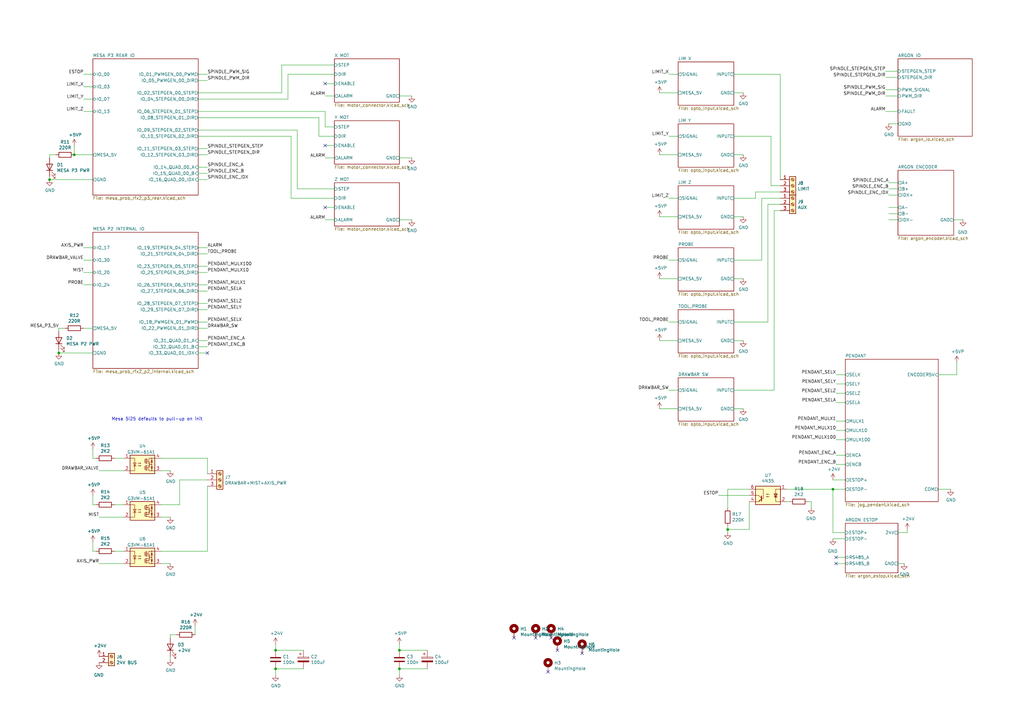
<source format=kicad_sch>
(kicad_sch (version 20230121) (generator eeschema)
  (paper "A3")
  (lib_symbols
    (symbol "Connector:Screw_Terminal_01x02" (pin_names (offset 1.016) hide)
      (property "Reference" "J" (at 0 2.54 0))
      (property "Value" "Screw_Terminal_01x02" (at 0 -5.08 0))
      (symbol "Screw_Terminal_01x02_1_1"
        (rectangle (start -1.27 1.27) (end 1.27 -3.81) (stroke (width 0.254)) (fill (type background)))
        (circle (center 0 -2.54) (radius 0.635) (stroke (width 0.1524)))
        (polyline (pts (xy -0.5334 -2.2098) (xy 0.3302 -3.048)) (stroke (width 0.1524)))
        (polyline (pts (xy -0.5334 0.3302) (xy 0.3302 -0.508)) (stroke (width 0.1524)))
        (polyline (pts (xy -0.3556 -2.032) (xy 0.508 -2.8702)) (stroke (width 0.1524)))
        (polyline (pts (xy -0.3556 0.508) (xy 0.508 -0.3302)) (stroke (width 0.1524)))
        (circle (center 0 0) (radius 0.635) (stroke (width 0.1524)))
        (pin passive line (at -5.08 0 0) (length 3.81) (name "Pin_1") (number "1"))
        (pin passive line (at -5.08 -2.54 0) (length 3.81) (name "Pin_2") (number "2"))
      )
    )
    (symbol "Connector:Screw_Terminal_01x03" (pin_names (offset 1.016) hide)
      (property "Reference" "J" (at 0 5.08 0))
      (property "Value" "Screw_Terminal_01x03" (at 0 -5.08 0))
      (symbol "Screw_Terminal_01x03_1_1"
        (rectangle (start -1.27 3.81) (end 1.27 -3.81) (stroke (width 0.254)) (fill (type background)))
        (circle (center 0 -2.54) (radius 0.635) (stroke (width 0.1524)))
        (polyline (pts (xy -0.5334 -2.2098) (xy 0.3302 -3.048)) (stroke (width 0.1524)))
        (polyline (pts (xy -0.5334 0.3302) (xy 0.3302 -0.508)) (stroke (width 0.1524)))
        (polyline (pts (xy -0.5334 2.8702) (xy 0.3302 2.032)) (stroke (width 0.1524)))
        (polyline (pts (xy -0.3556 -2.032) (xy 0.508 -2.8702)) (stroke (width 0.1524)))
        (polyline (pts (xy -0.3556 0.508) (xy 0.508 -0.3302)) (stroke (width 0.1524)))
        (polyline (pts (xy -0.3556 3.048) (xy 0.508 2.2098)) (stroke (width 0.1524)))
        (circle (center 0 0) (radius 0.635) (stroke (width 0.1524)))
        (circle (center 0 2.54) (radius 0.635) (stroke (width 0.1524)))
        (pin passive line (at -5.08 2.54 0) (length 3.81) (name "Pin_1") (number "1"))
        (pin passive line (at -5.08 0 0) (length 3.81) (name "Pin_2") (number "2"))
        (pin passive line (at -5.08 -2.54 0) (length 3.81) (name "Pin_3") (number "3"))
      )
    )
    (symbol "Device:C" (pin_numbers hide) (pin_names (offset 0.254))
      (property "Reference" "C" (at 0.635 2.54 0))
      (property "Value" "C" (at 0.635 -2.54 0))
      (symbol "C_0_1"
        (polyline (pts (xy -2.032 -0.762) (xy 2.032 -0.762)) (stroke (width 0.508)))
        (polyline (pts (xy -2.032 0.762) (xy 2.032 0.762)) (stroke (width 0.508)))
      )
      (symbol "C_1_1"
        (pin passive line (at 0 3.81 270) (length 2.794) (name "~") (number "1"))
        (pin passive line (at 0 -3.81 90) (length 2.794) (name "~") (number "2"))
      )
    )
    (symbol "Device:C_Polarized" (pin_numbers hide) (pin_names (offset 0.254))
      (property "Reference" "C" (at 0.635 2.54 0))
      (property "Value" "C_Polarized" (at 0.635 -2.54 0))
      (symbol "C_Polarized_0_1"
        (rectangle (start -2.286 0.508) (end 2.286 1.016))
        (polyline (pts (xy -1.778 2.286) (xy -0.762 2.286)))
        (polyline (pts (xy -1.27 2.794) (xy -1.27 1.778)))
        (rectangle (start 2.286 -0.508) (end -2.286 -1.016) (fill (type outline)))
      )
      (symbol "C_Polarized_1_1"
        (pin passive line (at 0 3.81 270) (length 2.794) (name "~") (number "1"))
        (pin passive line (at 0 -3.81 90) (length 2.794) (name "~") (number "2"))
      )
    )
    (symbol "Device:LED" (pin_numbers hide) (pin_names (offset 1.016) hide)
      (property "Reference" "D" (at 0 2.54 0))
      (property "Value" "LED" (at 0 -2.54 0))
      (symbol "LED_0_1"
        (polyline (pts (xy -1.27 -1.27) (xy -1.27 1.27)) (stroke (width 0.254)))
        (polyline (pts (xy -1.27 0) (xy 1.27 0)))
        (polyline (pts (xy 1.27 -1.27) (xy 1.27 1.27) (xy -1.27 0) (xy 1.27 -1.27)) (stroke (width 0.254)))
        (polyline (pts (xy -3.048 -0.762) (xy -4.572 -2.286) (xy -3.81 -2.286) (xy -4.572 -2.286) (xy -4.572 -1.524)))
        (polyline (pts (xy -1.778 -0.762) (xy -3.302 -2.286) (xy -2.54 -2.286) (xy -3.302 -2.286) (xy -3.302 -1.524)))
      )
      (symbol "LED_1_1"
        (pin passive line (at -3.81 0 0) (length 2.54) (name "K") (number "1"))
        (pin passive line (at 3.81 0 180) (length 2.54) (name "A") (number "2"))
      )
    )
    (symbol "Device:R" (pin_numbers hide) (pin_names (offset 0))
      (property "Reference" "R" (at 2.032 0 90))
      (property "Value" "R" (at 0 0 90))
      (symbol "R_0_1"
        (rectangle (start -1.016 -2.54) (end 1.016 2.54) (stroke (width 0.254)))
      )
      (symbol "R_1_1"
        (pin passive line (at 0 3.81 270) (length 1.27) (name "~") (number "1"))
        (pin passive line (at 0 -3.81 90) (length 1.27) (name "~") (number "2"))
      )
    )
    (symbol "Isolator:4N35" (pin_names (offset 1.016))
      (property "Reference" "U" (at -5.08 5.08 0))
      (property "Value" "4N35" (at 0 5.08 0))
      (symbol "4N35_0_1"
        (rectangle (start -5.08 3.81) (end 5.08 -3.81) (stroke (width 0.254)) (fill (type background)))
        (polyline (pts (xy -3.81 -0.635) (xy -2.54 -0.635)) (stroke (width 0.254)))
        (polyline (pts (xy 2.667 -1.397) (xy 3.81 -2.54)))
        (polyline (pts (xy 2.667 -1.143) (xy 3.81 0)))
        (polyline (pts (xy 3.81 -2.54) (xy 5.08 -2.54)))
        (polyline (pts (xy 3.81 0) (xy 5.08 0)))
        (polyline (pts (xy 2.667 -0.254) (xy 2.667 -2.286) (xy 2.667 -2.286)) (stroke (width 0.3556)))
        (polyline (pts (xy -5.08 -2.54) (xy -3.175 -2.54) (xy -3.175 2.54) (xy -5.08 2.54)))
        (polyline (pts (xy -3.175 -0.635) (xy -3.81 0.635) (xy -2.54 0.635) (xy -3.175 -0.635)) (stroke (width 0.254)))
        (polyline (pts (xy 3.683 -2.413) (xy 3.429 -1.905) (xy 3.175 -2.159) (xy 3.683 -2.413)))
        (polyline (pts (xy 5.08 2.54) (xy 1.905 2.54) (xy 1.905 -1.27) (xy 2.54 -1.27)))
        (polyline (pts (xy -0.635 -0.508) (xy 0.635 -0.508) (xy 0.254 -0.635) (xy 0.254 -0.381) (xy 0.635 -0.508)))
        (polyline (pts (xy -0.635 0.508) (xy 0.635 0.508) (xy 0.254 0.381) (xy 0.254 0.635) (xy 0.635 0.508)))
      )
      (symbol "4N35_1_1"
        (pin passive line (at -7.62 2.54 0) (length 2.54) (name "~") (number "1"))
        (pin passive line (at -7.62 -2.54 0) (length 2.54) (name "~") (number "2"))
        (pin no_connect line (at -5.08 0 0) (length 2.54) hide (name "NC") (number "3"))
        (pin passive line (at 7.62 -2.54 180) (length 2.54) (name "~") (number "4"))
        (pin passive line (at 7.62 0 180) (length 2.54) (name "~") (number "5"))
        (pin passive line (at 7.62 2.54 180) (length 2.54) (name "~") (number "6"))
      )
    )
    (symbol "Mechanical:MountingHole_Pad" (pin_numbers hide) (pin_names (offset 1.016) hide)
      (property "Reference" "H" (at 0 6.35 0))
      (property "Value" "MountingHole_Pad" (at 0 4.445 0))
      (symbol "MountingHole_Pad_0_1"
        (circle (center 0 1.27) (radius 1.27) (stroke (width 1.27)))
      )
      (symbol "MountingHole_Pad_1_1"
        (pin input line (at 0 -2.54 90) (length 2.54) (name "1") (number "1"))
      )
    )
    (symbol "Relay_SolidState:TLP222A"
      (property "Reference" "U" (at -5.08 5.08 0))
      (property "Value" "TLP222A" (at 0 5.08 0))
      (symbol "TLP222A_0_1"
        (rectangle (start -5.08 3.81) (end 5.08 -3.81) (stroke (width 0.254)) (fill (type background)))
        (polyline (pts (xy -3.81 -0.635) (xy -2.54 -0.635)))
        (polyline (pts (xy 1.016 -0.635) (xy 1.016 -2.159)) (stroke (width 0.2032)))
        (polyline (pts (xy 1.016 2.159) (xy 1.016 0.635)) (stroke (width 0.2032)))
        (polyline (pts (xy 1.524 -0.508) (xy 1.524 -0.762)) (stroke (width 0.3556)))
        (polyline (pts (xy 2.794 0) (xy 3.81 0)))
        (polyline (pts (xy 3.429 -1.651) (xy 4.191 -1.651)))
        (polyline (pts (xy 3.429 1.651) (xy 4.191 1.651)))
        (polyline (pts (xy 3.81 -2.54) (xy 3.81 2.54)))
        (polyline (pts (xy 1.524 -2.032) (xy 1.524 -2.286) (xy 1.524 -2.286)) (stroke (width 0.3556)))
        (polyline (pts (xy 1.524 -1.27) (xy 1.524 -1.524) (xy 1.524 -1.524)) (stroke (width 0.3556)))
        (polyline (pts (xy 1.524 0.762) (xy 1.524 0.508) (xy 1.524 0.508)) (stroke (width 0.3556)))
        (polyline (pts (xy 1.524 1.524) (xy 1.524 1.27) (xy 1.524 1.27)) (stroke (width 0.3556)))
        (polyline (pts (xy 1.524 2.286) (xy 1.524 2.032) (xy 1.524 2.032)) (stroke (width 0.3556)))
        (polyline (pts (xy 1.651 -1.397) (xy 2.794 -1.397) (xy 2.794 -0.635)))
        (polyline (pts (xy 1.651 1.397) (xy 2.794 1.397) (xy 2.794 0.635)))
        (polyline (pts (xy -5.08 2.54) (xy -3.175 2.54) (xy -3.175 -2.54) (xy -5.08 -2.54)))
        (polyline (pts (xy -3.175 -0.635) (xy -3.81 0.635) (xy -2.54 0.635) (xy -3.175 -0.635)))
        (polyline (pts (xy 1.651 -2.159) (xy 2.794 -2.159) (xy 2.794 -2.54) (xy 5.08 -2.54)))
        (polyline (pts (xy 1.651 -0.635) (xy 2.794 -0.635) (xy 2.794 0.635) (xy 1.651 0.635)))
        (polyline (pts (xy 1.651 2.159) (xy 2.794 2.159) (xy 2.794 2.54) (xy 5.08 2.54)))
        (polyline (pts (xy 1.778 -1.397) (xy 2.286 -1.27) (xy 2.286 -1.524) (xy 1.778 -1.397)))
        (polyline (pts (xy 1.778 1.397) (xy 2.286 1.524) (xy 2.286 1.27) (xy 1.778 1.397)))
        (polyline (pts (xy 3.81 -1.651) (xy 3.429 -0.889) (xy 4.191 -0.889) (xy 3.81 -1.651)))
        (polyline (pts (xy 3.81 1.651) (xy 3.429 0.889) (xy 4.191 0.889) (xy 3.81 1.651)))
        (polyline (pts (xy -1.905 -0.508) (xy -0.635 -0.508) (xy -1.016 -0.635) (xy -1.016 -0.381) (xy -0.635 -0.508)))
        (polyline (pts (xy -1.905 0.508) (xy -0.635 0.508) (xy -1.016 0.381) (xy -1.016 0.635) (xy -0.635 0.508)))
        (circle (center 2.794 -0.635) (radius 0.127))
        (circle (center 2.794 0) (radius 0.127))
        (circle (center 2.794 0.635) (radius 0.127))
        (circle (center 3.81 -2.54) (radius 0.127))
        (circle (center 3.81 0) (radius 0.127))
        (circle (center 3.81 2.54) (radius 0.127))
      )
      (symbol "TLP222A_1_1"
        (pin passive line (at -7.62 2.54 0) (length 2.54) (name "~") (number "1"))
        (pin passive line (at -7.62 -2.54 0) (length 2.54) (name "~") (number "2"))
        (pin passive line (at 7.62 -2.54 180) (length 2.54) (name "~") (number "3"))
        (pin passive line (at 7.62 2.54 180) (length 2.54) (name "~") (number "4"))
      )
    )
    (symbol "power:+24V" (power) (pin_names (offset 0))
      (property "Value" "+24V" (at 0 3.556 0))
      (symbol "+24V_0_1"
        (polyline (pts (xy -0.762 1.27) (xy 0 2.54)))
        (polyline (pts (xy 0 0) (xy 0 2.54)))
        (polyline (pts (xy 0 2.54) (xy 0.762 1.27)))
      )
      (symbol "+24V_1_1"
        (pin power_in line (at 0 0 90) (length 0) hide (name "+24V") (number "1"))
      )
    )
    (symbol "power:+5VP" (power) (pin_names (offset 0))
      (property "Value" "+5VP" (at 0 3.556 0))
      (symbol "+5VP_0_1"
        (polyline (pts (xy -0.762 1.27) (xy 0 2.54)))
        (polyline (pts (xy 0 0) (xy 0 2.54)))
        (polyline (pts (xy 0 2.54) (xy 0.762 1.27)))
      )
      (symbol "+5VP_1_1"
        (pin power_in line (at 0 0 90) (length 0) hide (name "+5VP") (number "1"))
      )
    )
    (symbol "power:GND" (power) (pin_names (offset 0))
      (property "Value" "GND" (at 0 -3.81 0))
      (symbol "GND_0_1"
        (polyline (pts (xy 0 0) (xy 0 -1.27) (xy 1.27 -1.27) (xy 0 -2.54) (xy -1.27 -1.27) (xy 0 -1.27)))
      )
      (symbol "GND_1_1"
        (pin power_in line (at 0 0 270) (length 0) hide (name "GND") (number "1"))
      )
    )
  )
  (junction (at 163.83 266.7) (diameter 0.9144))
  (junction (at 341.63 200.66) (diameter 0.9144))
  (junction (at 24.13 144.78) (diameter 0.9144))
  (junction (at 20.32 73.66) (diameter 0.9144))
  (junction (at 163.83 274.32) (diameter 0.9144))
  (junction (at 113.03 274.32) (diameter 0.9144))
  (junction (at 298.45 217.17) (diameter 0.9144))
  (junction (at 113.03 266.7) (diameter 0.9144))
  (junction (at 30.48 63.5) (diameter 0.9144))
  (no_connect (at 210.82 261.62))
  (no_connect (at 133.35 59.69))
  (no_connect (at 85.09 144.78))
  (no_connect (at 219.71 261.62))
  (no_connect (at 238.76 267.97))
  (no_connect (at 133.35 85.09))
  (no_connect (at 342.9 231.14))
  (no_connect (at 226.06 261.62))
  (no_connect (at 342.9 228.6))
  (no_connect (at 133.35 34.29))
  (no_connect (at 228.6 266.7))
  (no_connect (at 224.79 275.59))
  (wire (pts (xy 278.13 114.3) (xy 270.51 114.3)))
  (wire (pts (xy 133.35 59.69) (xy 137.16 59.69)))
  (wire (pts (xy 121.92 53.34) (xy 121.92 77.47)))
  (wire (pts (xy 69.85 260.35) (xy 69.85 261.62)))
  (wire (pts (xy 38.1 187.96) (xy 39.37 187.96)))
  (wire (pts (xy 317.5 86.36) (xy 317.5 160.02)))
  (wire (pts (xy 130.81 55.88) (xy 137.16 55.88)))
  (wire (pts (xy 66.04 193.04) (xy 69.85 193.04)))
  (wire (pts (xy 119.38 81.28) (xy 137.16 81.28)))
  (wire (pts (xy 24.13 143.51) (xy 24.13 144.78)))
  (wire (pts (xy 46.99 226.06) (xy 50.8 226.06)))
  (wire (pts (xy 81.28 68.58) (xy 85.09 68.58)))
  (wire (pts (xy 81.28 60.96) (xy 85.09 60.96)))
  (wire (pts (xy 118.11 40.64) (xy 118.11 30.48)))
  (wire (pts (xy 314.96 132.08) (xy 314.96 83.82)))
  (wire (pts (xy 364.49 85.09) (xy 368.3 85.09)))
  (wire (pts (xy 307.34 205.74) (xy 307.34 217.17)))
  (wire (pts (xy 341.63 218.44) (xy 346.71 218.44)))
  (wire (pts (xy 137.16 90.17) (xy 133.35 90.17)))
  (wire (pts (xy 85.09 109.22) (xy 81.28 109.22)))
  (wire (pts (xy 20.32 73.66) (xy 38.1 73.66)))
  (wire (pts (xy 175.26 266.7) (xy 163.83 266.7)))
  (wire (pts (xy 346.71 190.5) (xy 342.9 190.5)))
  (wire (pts (xy 309.88 81.28) (xy 300.99 81.28)))
  (wire (pts (xy 115.57 26.67) (xy 137.16 26.67)))
  (wire (pts (xy 304.8 38.1) (xy 300.99 38.1)))
  (wire (pts (xy 30.48 59.69) (xy 30.48 63.5)))
  (wire (pts (xy 81.28 127) (xy 85.09 127)))
  (wire (pts (xy 115.57 38.1) (xy 115.57 26.67)))
  (wire (pts (xy 346.71 176.53) (xy 342.9 176.53)))
  (wire (pts (xy 346.71 165.1) (xy 342.9 165.1)))
  (wire (pts (xy 368.3 74.93) (xy 364.49 74.93)))
  (wire (pts (xy 298.45 215.9) (xy 298.45 217.17)))
  (wire (pts (xy 300.99 30.48) (xy 320.04 30.48)))
  (wire (pts (xy 320.04 78.74) (xy 309.88 78.74)))
  (wire (pts (xy 341.63 200.66) (xy 341.63 218.44)))
  (wire (pts (xy 163.83 64.77) (xy 168.91 64.77)))
  (wire (pts (xy 133.35 45.72) (xy 133.35 52.07)))
  (wire (pts (xy 26.67 134.62) (xy 24.13 134.62)))
  (wire (pts (xy 80.01 256.54) (xy 80.01 260.35)))
  (wire (pts (xy 38.1 30.48) (xy 34.29 30.48)))
  (wire (pts (xy 298.45 200.66) (xy 307.34 200.66)))
  (wire (pts (xy 278.13 81.28) (xy 274.32 81.28)))
  (wire (pts (xy 314.96 83.82) (xy 320.04 83.82)))
  (wire (pts (xy 298.45 208.28) (xy 298.45 200.66)))
  (wire (pts (xy 81.28 104.14) (xy 85.09 104.14)))
  (wire (pts (xy 346.71 157.48) (xy 342.9 157.48)))
  (wire (pts (xy 346.71 186.69) (xy 342.9 186.69)))
  (wire (pts (xy 119.38 55.88) (xy 119.38 81.28)))
  (wire (pts (xy 274.32 55.88) (xy 278.13 55.88)))
  (wire (pts (xy 73.66 196.85) (xy 73.66 207.01)))
  (wire (pts (xy 320.04 30.48) (xy 320.04 73.66)))
  (wire (pts (xy 121.92 77.47) (xy 137.16 77.47)))
  (wire (pts (xy 124.46 266.7) (xy 113.03 266.7)))
  (wire (pts (xy 81.28 33.02) (xy 85.09 33.02)))
  (wire (pts (xy 300.99 132.08) (xy 314.96 132.08)))
  (wire (pts (xy 163.83 39.37) (xy 168.91 39.37)))
  (wire (pts (xy 364.49 90.17) (xy 368.3 90.17)))
  (wire (pts (xy 130.81 48.26) (xy 130.81 55.88)))
  (wire (pts (xy 133.35 85.09) (xy 137.16 85.09)))
  (wire (pts (xy 38.1 226.06) (xy 39.37 226.06)))
  (wire (pts (xy 85.09 132.08) (xy 81.28 132.08)))
  (wire (pts (xy 40.64 231.14) (xy 50.8 231.14)))
  (wire (pts (xy 85.09 101.6) (xy 81.28 101.6)))
  (wire (pts (xy 72.39 260.35) (xy 69.85 260.35)))
  (wire (pts (xy 30.48 63.5) (xy 38.1 63.5)))
  (wire (pts (xy 368.3 45.72) (xy 363.22 45.72)))
  (wire (pts (xy 66.04 187.96) (xy 85.09 187.96)))
  (wire (pts (xy 391.16 90.17) (xy 394.97 90.17)))
  (wire (pts (xy 368.3 80.01) (xy 364.49 80.01)))
  (wire (pts (xy 40.64 193.04) (xy 50.8 193.04)))
  (wire (pts (xy 24.13 144.78) (xy 38.1 144.78)))
  (wire (pts (xy 81.28 38.1) (xy 115.57 38.1)))
  (wire (pts (xy 368.3 231.14) (xy 370.84 231.14)))
  (wire (pts (xy 278.13 38.1) (xy 270.51 38.1)))
  (wire (pts (xy 278.13 167.64) (xy 270.51 167.64)))
  (wire (pts (xy 342.9 231.14) (xy 346.71 231.14)))
  (wire (pts (xy 85.09 116.84) (xy 81.28 116.84)))
  (wire (pts (xy 342.9 228.6) (xy 346.71 228.6)))
  (wire (pts (xy 278.13 88.9) (xy 270.51 88.9)))
  (wire (pts (xy 346.71 200.66) (xy 341.63 200.66)))
  (wire (pts (xy 278.13 132.08) (xy 274.32 132.08)))
  (wire (pts (xy 307.34 217.17) (xy 298.45 217.17)))
  (wire (pts (xy 300.99 55.88) (xy 316.23 55.88)))
  (wire (pts (xy 312.42 106.68) (xy 312.42 81.28)))
  (wire (pts (xy 175.26 274.32) (xy 163.83 274.32)))
  (wire (pts (xy 81.28 53.34) (xy 121.92 53.34)))
  (wire (pts (xy 34.29 106.68) (xy 38.1 106.68)))
  (wire (pts (xy 274.32 160.02) (xy 278.13 160.02)))
  (wire (pts (xy 320.04 86.36) (xy 317.5 86.36)))
  (wire (pts (xy 81.28 30.48) (xy 85.09 30.48)))
  (wire (pts (xy 124.46 274.32) (xy 113.03 274.32)))
  (wire (pts (xy 81.28 119.38) (xy 85.09 119.38)))
  (wire (pts (xy 368.3 77.47) (xy 364.49 77.47)))
  (wire (pts (xy 304.8 114.3) (xy 300.99 114.3)))
  (wire (pts (xy 81.28 55.88) (xy 119.38 55.88)))
  (wire (pts (xy 81.28 111.76) (xy 85.09 111.76)))
  (wire (pts (xy 384.81 200.66) (xy 389.89 200.66)))
  (wire (pts (xy 163.83 264.16) (xy 163.83 266.7)))
  (wire (pts (xy 38.1 203.2) (xy 38.1 207.01)))
  (wire (pts (xy 304.8 63.5) (xy 300.99 63.5)))
  (wire (pts (xy 342.9 161.29) (xy 346.71 161.29)))
  (wire (pts (xy 341.63 196.85) (xy 346.71 196.85)))
  (wire (pts (xy 38.1 111.76) (xy 34.29 111.76)))
  (wire (pts (xy 113.03 276.86) (xy 113.03 274.32)))
  (wire (pts (xy 372.11 218.44) (xy 372.11 217.17)))
  (wire (pts (xy 304.8 167.64) (xy 300.99 167.64)))
  (wire (pts (xy 364.49 50.8) (xy 368.3 50.8)))
  (wire (pts (xy 38.1 184.15) (xy 38.1 187.96)))
  (wire (pts (xy 81.28 142.24) (xy 85.09 142.24)))
  (wire (pts (xy 346.71 220.98) (xy 341.63 220.98)))
  (wire (pts (xy 300.99 106.68) (xy 312.42 106.68)))
  (wire (pts (xy 20.32 72.39) (xy 20.32 73.66)))
  (wire (pts (xy 81.28 63.5) (xy 85.09 63.5)))
  (wire (pts (xy 69.85 269.24) (xy 69.85 270.51)))
  (wire (pts (xy 24.13 134.62) (xy 24.13 135.89)))
  (wire (pts (xy 81.28 40.64) (xy 118.11 40.64)))
  (wire (pts (xy 66.04 226.06) (xy 85.09 226.06)))
  (wire (pts (xy 66.04 207.01) (xy 73.66 207.01)))
  (wire (pts (xy 46.99 187.96) (xy 50.8 187.96)))
  (wire (pts (xy 85.09 226.06) (xy 85.09 199.39)))
  (wire (pts (xy 66.04 212.09) (xy 69.85 212.09)))
  (wire (pts (xy 133.35 34.29) (xy 137.16 34.29)))
  (wire (pts (xy 342.9 153.67) (xy 346.71 153.67)))
  (wire (pts (xy 384.81 153.67) (xy 392.43 153.67)))
  (wire (pts (xy 163.83 90.17) (xy 168.91 90.17)))
  (wire (pts (xy 304.8 88.9) (xy 300.99 88.9)))
  (wire (pts (xy 368.3 29.21) (xy 363.22 29.21)))
  (wire (pts (xy 81.28 48.26) (xy 130.81 48.26)))
  (wire (pts (xy 81.28 45.72) (xy 133.35 45.72)))
  (wire (pts (xy 278.13 30.48) (xy 274.32 30.48)))
  (wire (pts (xy 309.88 78.74) (xy 309.88 81.28)))
  (wire (pts (xy 368.3 218.44) (xy 372.11 218.44)))
  (wire (pts (xy 304.8 139.7) (xy 300.99 139.7)))
  (wire (pts (xy 85.09 196.85) (xy 73.66 196.85)))
  (wire (pts (xy 278.13 63.5) (xy 270.51 63.5)))
  (wire (pts (xy 81.28 144.78) (xy 85.09 144.78)))
  (wire (pts (xy 332.74 205.74) (xy 332.74 208.28)))
  (wire (pts (xy 364.49 87.63) (xy 368.3 87.63)))
  (wire (pts (xy 316.23 55.88) (xy 316.23 76.2)))
  (wire (pts (xy 163.83 276.86) (xy 163.83 274.32)))
  (wire (pts (xy 368.3 36.83) (xy 363.22 36.83)))
  (wire (pts (xy 34.29 116.84) (xy 38.1 116.84)))
  (wire (pts (xy 113.03 264.16) (xy 113.03 266.7)))
  (wire (pts (xy 34.29 45.72) (xy 38.1 45.72)))
  (wire (pts (xy 322.58 205.74) (xy 323.85 205.74)))
  (wire (pts (xy 38.1 207.01) (xy 39.37 207.01)))
  (wire (pts (xy 85.09 124.46) (xy 81.28 124.46)))
  (wire (pts (xy 341.63 200.66) (xy 322.58 200.66)))
  (wire (pts (xy 85.09 194.31) (xy 85.09 187.96)))
  (wire (pts (xy 40.64 212.09) (xy 50.8 212.09)))
  (wire (pts (xy 66.04 231.14) (xy 69.85 231.14)))
  (wire (pts (xy 316.23 76.2) (xy 320.04 76.2)))
  (wire (pts (xy 307.34 203.2) (xy 294.64 203.2)))
  (wire (pts (xy 363.22 31.75) (xy 368.3 31.75)))
  (wire (pts (xy 34.29 35.56) (xy 38.1 35.56)))
  (wire (pts (xy 81.28 139.7) (xy 85.09 139.7)))
  (wire (pts (xy 133.35 52.07) (xy 137.16 52.07)))
  (wire (pts (xy 38.1 222.25) (xy 38.1 226.06)))
  (wire (pts (xy 342.9 180.34) (xy 346.71 180.34)))
  (wire (pts (xy 81.28 71.12) (xy 85.09 71.12)))
  (wire (pts (xy 118.11 30.48) (xy 137.16 30.48)))
  (wire (pts (xy 46.99 207.01) (xy 50.8 207.01)))
  (wire (pts (xy 34.29 134.62) (xy 38.1 134.62)))
  (wire (pts (xy 137.16 39.37) (xy 133.35 39.37)))
  (wire (pts (xy 81.28 73.66) (xy 85.09 73.66)))
  (wire (pts (xy 38.1 101.6) (xy 34.29 101.6)))
  (wire (pts (xy 278.13 106.68) (xy 274.32 106.68)))
  (wire (pts (xy 342.9 172.72) (xy 346.71 172.72)))
  (wire (pts (xy 38.1 40.64) (xy 34.29 40.64)))
  (wire (pts (xy 368.3 39.37) (xy 363.22 39.37)))
  (wire (pts (xy 278.13 139.7) (xy 270.51 139.7)))
  (wire (pts (xy 298.45 217.17) (xy 298.45 218.44)))
  (wire (pts (xy 81.28 134.62) (xy 85.09 134.62)))
  (wire (pts (xy 392.43 153.67) (xy 392.43 148.59)))
  (wire (pts (xy 22.86 63.5) (xy 20.32 63.5)))
  (wire (pts (xy 312.42 81.28) (xy 320.04 81.28)))
  (wire (pts (xy 133.35 64.77) (xy 137.16 64.77)))
  (wire (pts (xy 332.74 205.74) (xy 331.47 205.74)))
  (wire (pts (xy 300.99 160.02) (xy 317.5 160.02)))
  (wire (pts (xy 20.32 63.5) (xy 20.32 64.77)))
  (text "Mesa 5i25 defaults to pull-up on init" (at 45.72 172.72 0) (effects (font (size 1.27 1.27)) (justify left bottom)))
  (label "PENDANT_MULX10" (at 85.09 111.76 0))
  (label "ALARM" (at 85.09 101.6 0))
  (label "PENDANT_SELA" (at 342.9 165.1 180))
  (label "ESTOP" (at 34.29 30.48 180))
  (label "ALARM" (at 133.35 39.37 180))
  (label "MIST" (at 40.64 212.09 180))
  (label "SPINDLE_STEPGEN_DIR" (at 85.09 63.5 0))
  (label "SPINDLE_ENC_IDX" (at 85.09 73.66 0))
  (label "DRAWBAR_SW" (at 274.32 160.02 180))
  (label "ALARM" (at 133.35 90.17 180))
  (label "SPINDLE_PWM_SIG" (at 363.22 36.83 180))
  (label "ESTOP" (at 294.64 203.2 180))
  (label "SPINDLE_PWM_DIR" (at 85.09 33.02 0))
  (label "PENDANT_SELA" (at 85.09 119.38 0))
  (label "PENDANT_ENC_A" (at 342.9 186.69 180))
  (label "SPINDLE_STEPGEN_STEP" (at 85.09 60.96 0))
  (label "PENDANT_SELX" (at 342.9 153.67 180))
  (label "PENDANT_MULX1" (at 85.09 116.84 0))
  (label "TOOL_PROBE" (at 274.32 132.08 180))
  (label "LIMIT_X" (at 274.32 30.48 180))
  (label "LIMIT_X" (at 34.29 35.56 180))
  (label "LIMIT_Z" (at 274.32 81.28 180))
  (label "PENDANT_ENC_B" (at 342.9 190.5 180))
  (label "AXIS_PWR" (at 34.29 101.6 180))
  (label "AXIS_PWR" (at 40.64 231.14 180))
  (label "LIMIT_Y" (at 274.32 55.88 180))
  (label "DRAWBAR_SW" (at 85.09 134.62 0))
  (label "PENDANT_MULX100" (at 85.09 109.22 0))
  (label "PENDANT_SELZ" (at 85.09 124.46 0))
  (label "PROBE" (at 34.29 116.84 180))
  (label "PENDANT_SELZ" (at 342.9 161.29 180))
  (label "SPINDLE_STEPGEN_STEP" (at 363.22 29.21 180))
  (label "PENDANT_ENC_A" (at 85.09 139.7 0))
  (label "DRAWBAR_VALVE" (at 40.64 193.04 180))
  (label "MESA_P3_5V" (at 24.13 134.62 180))
  (label "SPINDLE_ENC_A" (at 85.09 68.58 0))
  (label "PENDANT_MULX100" (at 342.9 180.34 180))
  (label "TOOL_PROBE" (at 85.09 104.14 0))
  (label "SPINDLE_ENC_B" (at 364.49 77.47 180))
  (label "SPINDLE_ENC_IDX" (at 364.49 80.01 180))
  (label "SPINDLE_ENC_B" (at 85.09 71.12 0))
  (label "DRAWBAR_VALVE" (at 34.29 106.68 180))
  (label "SPINDLE_PWM_SIG" (at 85.09 30.48 0))
  (label "ALARM" (at 133.35 64.77 180))
  (label "PENDANT_SELY" (at 85.09 127 0))
  (label "LIMIT_Y" (at 34.29 40.64 180))
  (label "MIST" (at 34.29 111.76 180))
  (label "PENDANT_SELY" (at 342.9 157.48 180))
  (label "SPINDLE_STEPGEN_DIR" (at 363.22 31.75 180))
  (label "PENDANT_MULX10" (at 342.9 176.53 180))
  (label "PENDANT_MULX1" (at 342.9 172.72 180))
  (label "PENDANT_ENC_B" (at 85.09 142.24 0))
  (label "PENDANT_SELX" (at 85.09 132.08 0))
  (label "ALARM" (at 363.22 45.72 180))
  (label "SPINDLE_ENC_A" (at 364.49 74.93 180))
  (label "PROBE" (at 274.32 106.68 180))
  (label "SPINDLE_PWM_DIR" (at 363.22 39.37 180))
  (label "LIMIT_Z" (at 34.29 45.72 180))
  (symbol (lib_id "power:GND") (at 168.91 90.17 0) (unit 1)
    (property "Reference" "#PWR025" (effects hide))
    (property "Value" "GND" (at 169.037 94.5642 0))
  )
  (symbol (lib_id "power:+24V") (at 113.03 264.16 0) (unit 1)
    (property "Reference" "#PWR019" (effects hide))
    (property "Value" "+24V" (at 113.411 259.7658 0))
  )
  (symbol (lib_id "Device:C") (at 113.03 270.51 0) (unit 1)
    (property "Reference" "C1" (at 115.951 269.3416 0) (effects (justify left)))
    (property "Value" "100n" (at 115.951 271.653 0) (effects (justify left)))
    (property "Footprint" "Capacitor_THT:C_Disc_D5.0mm_W2.5mm_P5.00mm" (effects hide))
    (property "MPN" "K104K15X7RF53H5" (effects hide))
    (property "Manufacturer" "Vishay" (effects hide))
  )
  (symbol (lib_id "Device:C_Polarized") (at 124.46 270.51 0) (unit 1)
    (property "Reference" "C2" (at 127.4572 269.3416 0) (effects (justify left)))
    (property "Value" "100uF" (at 127.4572 271.653 0) (effects (justify left)))
    (property "Footprint" "Capacitor_THT:CP_Radial_D8.0mm_P3.50mm" (effects hide))
    (property "MPN" "860080574007" (effects hide))
    (property "Manufacturer" "Wurth Elektronik" (effects hide))
  )
  (symbol (lib_id "Mechanical:MountingHole_Pad") (at 210.82 259.08 0) (unit 1)
    (property "Reference" "H1" (at 213.36 257.9116 0) (effects (justify left)))
    (property "Value" "MountingHole" (at 213.36 260.223 0) (effects (justify left)))
    (property "Footprint" "MountingHole:MountingHole_3.2mm_M3_Pad" (effects hide))
  )
  (symbol (lib_id "Mechanical:MountingHole_Pad") (at 219.71 259.08 0) (unit 1)
    (property "Reference" "H2" (at 222.25 257.9116 0) (effects (justify left)))
    (property "Value" "MountingHole" (at 222.25 260.223 0) (effects (justify left)))
    (property "Footprint" "MountingHole:MountingHole_3.2mm_M3_Pad" (effects hide))
  )
  (symbol (lib_id "Mechanical:MountingHole_Pad") (at 226.06 259.08 0) (unit 1)
    (property "Reference" "H4" (at 228.6 257.9116 0) (effects (justify left)))
    (property "Value" "MountingHole" (at 228.6 260.223 0) (effects (justify left)))
    (property "Footprint" "MountingHole:MountingHole_3.2mm_M3_Pad" (effects hide))
  )
  (symbol (lib_id "power:+5VP") (at 163.83 264.16 0) (unit 1)
    (property "Reference" "#PWR021" (effects hide))
    (property "Value" "+5VP" (at 164.211 259.7658 0))
  )
  (symbol (lib_id "power:+5VP") (at 30.48 59.69 0) (unit 1)
    (property "Reference" "#PWR08" (effects hide))
    (property "Value" "+5VP" (at 30.861 55.2958 0))
  )
  (symbol (lib_id "power:GND") (at 163.83 276.86 0) (unit 1)
    (property "Reference" "#PWR022" (effects hide))
    (property "Value" "GND" (at 163.957 281.2542 0))
  )
  (symbol (lib_id "Device:C") (at 163.83 270.51 0) (unit 1)
    (property "Reference" "C3" (at 166.751 269.3416 0) (effects (justify left)))
    (property "Value" "100n" (at 166.751 271.653 0) (effects (justify left)))
    (property "Footprint" "Capacitor_THT:C_Disc_D5.0mm_W2.5mm_P5.00mm" (effects hide))
    (property "MPN" "K104K15X7RF53H5" (effects hide))
    (property "Manufacturer" "Vishay" (effects hide))
  )
  (symbol (lib_id "Device:C_Polarized") (at 175.26 270.51 0) (unit 1)
    (property "Reference" "C4" (at 178.2572 269.3416 0) (effects (justify left)))
    (property "Value" "100uF" (at 178.2572 271.653 0) (effects (justify left)))
    (property "Footprint" "Capacitor_THT:CP_Radial_D8.0mm_P3.50mm" (effects hide))
    (property "MPN" "860080574007" (effects hide))
    (property "Manufacturer" "Wurth Elektronik" (effects hide))
  )
  (symbol (lib_id "Device:R") (at 26.67 63.5 90) (unit 1)
    (property "Reference" "R11" (at 26.67 58.2422 90))
    (property "Value" "220R" (at 26.67 60.5536 90))
    (property "Footprint" "Resistor_THT:R_Axial_DIN0207_L6.3mm_D2.5mm_P7.62mm_Horizontal" (effects hide))
    (property "MPN" "CFR-25JB-52-220R" (effects hide))
    (property "Manufacturer" "Yageo" (effects hide))
  )
  (symbol (lib_id "Device:R") (at 30.48 134.62 270) (unit 1)
    (property "Reference" "R12" (at 30.48 129.3622 90))
    (property "Value" "220R" (at 30.48 131.6736 90))
    (property "Footprint" "Resistor_THT:R_Axial_DIN0207_L6.3mm_D2.5mm_P7.62mm_Horizontal" (effects hide))
    (property "MPN" "CFR-25JB-52-220R" (effects hide))
    (property "Manufacturer" "Yageo" (effects hide))
  )
  (symbol (lib_id "Device:LED") (at 24.13 139.7 90) (unit 1)
    (property "Reference" "D2" (at 27.1272 138.7094 90) (effects (justify right)))
    (property "Value" "MESA P2 PWR" (at 27.1272 141.0208 90) (effects (justify right)))
    (property "Footprint" "LED_THT:LED_D3.0mm" (effects hide))
    (property "Farnell PN" "1581114" (effects hide))
    (property "MPN" "MCL034GD " (effects hide))
    (property "Manufacturer" "MULTICOMP PRO" (effects hide))
  )
  (symbol (lib_id "Device:LED") (at 20.32 68.58 90) (unit 1)
    (property "Reference" "D1" (at 23.3172 67.5894 90) (effects (justify right)))
    (property "Value" "MESA P3 PWR" (at 23.3172 69.9008 90) (effects (justify right)))
    (property "Footprint" "LED_THT:LED_D3.0mm" (effects hide))
    (property "Farnell PN" "1581114" (effects hide))
    (property "MPN" "MCL034GD " (effects hide))
    (property "Manufacturer" "MULTICOMP PRO" (effects hide))
  )
  (symbol (lib_id "power:+5VP") (at 270.51 167.64 0) (unit 1)
    (property "Reference" "#PWR031" (effects hide))
    (property "Value" "+5VP" (at 270.891 163.2458 0))
  )
  (symbol (lib_id "power:GND") (at 168.91 64.77 0) (unit 1)
    (property "Reference" "#PWR024" (effects hide))
    (property "Value" "GND" (at 169.037 69.1642 0))
  )
  (symbol (lib_id "power:GND") (at 168.91 39.37 0) (unit 1)
    (property "Reference" "#PWR023" (effects hide))
    (property "Value" "GND" (at 169.037 43.7642 0))
  )
  (symbol (lib_id "power:+5VP") (at 270.51 114.3 0) (unit 1)
    (property "Reference" "#PWR029" (effects hide))
    (property "Value" "+5VP" (at 270.891 109.9058 0))
  )
  (symbol (lib_id "power:+5VP") (at 270.51 88.9 0) (unit 1)
    (property "Reference" "#PWR028" (effects hide))
    (property "Value" "+5VP" (at 270.891 84.5058 0))
  )
  (symbol (lib_id "power:+24V") (at 40.64 269.24 0) (unit 1)
    (property "Reference" "#PWR012" (effects hide))
    (property "Value" "+24V" (at 41.021 264.8458 0))
  )
  (symbol (lib_id "power:+5VP") (at 270.51 63.5 0) (unit 1)
    (property "Reference" "#PWR027" (effects hide))
    (property "Value" "+5VP" (at 270.891 59.1058 0))
  )
  (symbol (lib_id "power:+5VP") (at 270.51 38.1 0) (unit 1)
    (property "Reference" "#PWR026" (effects hide))
    (property "Value" "+5VP" (at 270.891 33.7058 0))
  )
  (symbol (lib_id "power:GND") (at 24.13 144.78 0) (unit 1)
    (property "Reference" "#PWR07" (effects hide))
    (property "Value" "GND" (at 24.257 149.1742 0))
  )
  (symbol (lib_id "power:GND") (at 20.32 73.66 0) (unit 1)
    (property "Reference" "#PWR06" (effects hide))
    (property "Value" "GND" (at 20.447 78.0542 0))
  )
  (symbol (lib_id "power:GND") (at 364.49 50.8 0) (unit 1)
    (property "Reference" "#PWR042" (effects hide))
    (property "Value" "GND" (at 364.617 55.1942 0))
  )
  (symbol (lib_id "power:GND") (at 389.89 200.66 0) (unit 1)
    (property "Reference" "#PWR045" (effects hide))
    (property "Value" "GND" (at 390.017 205.0542 0))
  )
  (symbol (lib_id "power:+5VP") (at 392.43 148.59 0) (unit 1)
    (property "Reference" "#PWR046" (effects hide))
    (property "Value" "+5VP" (at 392.811 144.1958 0))
  )
  (symbol (lib_id "power:GND") (at 304.8 38.1 0) (unit 1)
    (property "Reference" "#PWR033" (effects hide))
    (property "Value" "GND" (at 304.927 42.4942 0))
  )
  (symbol (lib_id "power:GND") (at 304.8 63.5 0) (unit 1)
    (property "Reference" "#PWR034" (effects hide))
    (property "Value" "GND" (at 304.927 67.8942 0))
  )
  (symbol (lib_id "power:GND") (at 304.8 88.9 0) (unit 1)
    (property "Reference" "#PWR035" (effects hide))
    (property "Value" "GND" (at 304.927 93.2942 0))
  )
  (symbol (lib_id "power:GND") (at 304.8 114.3 0) (unit 1)
    (property "Reference" "#PWR036" (effects hide))
    (property "Value" "GND" (at 304.927 118.6942 0))
  )
  (symbol (lib_id "power:GND") (at 304.8 167.64 0) (unit 1)
    (property "Reference" "#PWR038" (effects hide))
    (property "Value" "GND" (at 304.927 172.0342 0))
  )
  (symbol (lib_id "power:+24V") (at 341.63 196.85 0) (unit 1)
    (property "Reference" "#PWR040" (effects hide))
    (property "Value" "+24V" (at 342.011 192.4558 0))
  )
  (symbol (lib_id "Isolator:4N35") (at 314.96 203.2 0) (mirror y) (unit 1)
    (property "Reference" "U7" (at 314.96 194.945 0))
    (property "Value" "4N35" (at 314.96 197.2564 0))
    (property "Footprint" "Package_DIP:DIP-6_W7.62mm" (effects hide))
    (property "Datasheet" "https://www.vishay.com/docs/81181/4n35.pdf" (effects hide))
    (property "MPN" "4N35" (effects hide))
    (property "Manufacturer" "Vishay" (effects hide))
  )
  (symbol (lib_id "Device:R") (at 298.45 212.09 0) (unit 1)
    (property "Reference" "R17" (at 300.228 210.9216 0) (effects (justify left)))
    (property "Value" "220K" (at 300.228 213.233 0) (effects (justify left)))
    (property "Footprint" "Resistor_THT:R_Axial_DIN0207_L6.3mm_D2.5mm_P7.62mm_Horizontal" (effects hide))
    (property "MPN" "CFR-25JB-52-220K" (effects hide))
    (property "Manufacturer" "Yageo" (effects hide))
  )
  (symbol (lib_id "power:GND") (at 298.45 218.44 0) (unit 1)
    (property "Reference" "#PWR032" (effects hide))
    (property "Value" "GND" (at 298.577 222.8342 0))
  )
  (symbol (lib_id "Mechanical:MountingHole_Pad") (at 224.79 273.05 0) (unit 1)
    (property "Reference" "H3" (at 227.33 271.8816 0) (effects (justify left)))
    (property "Value" "MountingHole" (at 227.33 274.193 0) (effects (justify left)))
    (property "Footprint" "MountingHole:MountingHole_3.2mm_M3_Pad" (effects hide))
  )
  (symbol (lib_id "Device:R") (at 327.66 205.74 90) (mirror x) (unit 1)
    (property "Reference" "R18" (at 327.66 200.4822 90))
    (property "Value" "2K2" (at 327.66 202.7936 90))
    (property "Footprint" "Resistor_THT:R_Axial_DIN0207_L6.3mm_D2.5mm_P7.62mm_Horizontal" (effects hide))
    (property "MPN" "CFR-25JB-52-2K2" (effects hide))
    (property "Manufacturer" "Yageo" (effects hide))
  )
  (symbol (lib_id "power:GND") (at 332.74 208.28 0) (mirror y) (unit 1)
    (property "Reference" "#PWR039" (effects hide))
    (property "Value" "GND" (at 332.613 212.6742 0))
  )
  (symbol (lib_id "power:+24V") (at 372.11 217.17 0) (unit 1)
    (property "Reference" "#PWR044" (effects hide))
    (property "Value" "+24V" (at 372.491 212.7758 0))
  )
  (symbol (lib_id "power:GND") (at 370.84 231.14 0) (unit 1)
    (property "Reference" "#PWR043" (effects hide))
    (property "Value" "GND" (at 370.967 235.5342 0))
  )
  (symbol (lib_id "Connector:Screw_Terminal_01x02") (at 45.72 269.24 0) (unit 1)
    (property "Reference" "J6" (at 47.752 269.4432 0) (effects (justify left)))
    (property "Value" "24V BUS" (at 47.752 271.7546 0) (effects (justify left)))
    (property "Footprint" "Connector_Phoenix_MSTB:PhoenixContact_MSTBA_2,5_2-G-5,08_1x02_P5.08mm_Horizontal" (effects hide))
    (property "MPN" "1757242" (effects hide))
    (property "Manufacturer" "PHOENIX CONTACT" (effects hide))
    (property "Farnell PN" "3705171" (effects hide))
  )
  (symbol (lib_id "Connector:Screw_Terminal_01x03") (at 90.17 196.85 0) (unit 1)
    (property "Reference" "J7" (at 92.202 195.7832 0) (effects (justify left)))
    (property "Value" "DRAWBAR+MIST+AXIS_PWR" (at 92.202 198.0946 0) (effects (justify left)))
    (property "Footprint" "Connector_Phoenix_MSTB:PhoenixContact_MSTBA_2,5_3-G-5,08_1x03_P5.08mm_Horizontal" (effects hide))
    (property "MPN" "1757255" (effects hide))
    (property "Manufacturer" "PHOENIX CONTACT" (effects hide))
    (property "Farnell PN" "3705183" (effects hide))
  )
  (symbol (lib_id "Connector:Screw_Terminal_01x03") (at 325.12 76.2 0) (unit 1)
    (property "Reference" "J8" (at 327.152 75.1332 0) (effects (justify left)))
    (property "Value" "LIMIT" (at 327.152 77.4446 0) (effects (justify left)))
    (property "Footprint" "Connector_Phoenix_MSTB:PhoenixContact_MSTBA_2,5_3-G-5,08_1x03_P5.08mm_Horizontal" (effects hide))
    (property "MPN" "1757255" (effects hide))
    (property "Manufacturer" "PHOENIX CONTACT" (effects hide))
    (property "Farnell PN" "3705183" (effects hide))
  )
  (symbol (lib_id "Device:R") (at 43.18 187.96 90) (mirror x) (unit 1)
    (property "Reference" "R13" (at 43.18 182.7022 90))
    (property "Value" "2K2" (at 43.18 185.0136 90))
    (property "Footprint" "Resistor_THT:R_Axial_DIN0207_L6.3mm_D2.5mm_P7.62mm_Horizontal" (effects hide))
    (property "MPN" "CFR-25JB-52-2K2" (effects hide))
    (property "Manufacturer" "Yageo" (effects hide))
  )
  (symbol (lib_id "power:GND") (at 394.97 90.17 0) (unit 1)
    (property "Reference" "#PWR047" (effects hide))
    (property "Value" "GNDPWR" (at 394.843 95.25 0))
  )
  (symbol (lib_id "Relay_SolidState:TLP222A") (at 58.42 190.5 0) (unit 1)
    (property "Reference" "U4" (at 58.42 182.88 0))
    (property "Value" "G3VM-61A1 " (at 58.42 185.42 0))
    (property "Footprint" "Package_DIP:DIP-4_W7.62mm" (effects hide))
    (property "Datasheet" "https://4donline.ihs.com/images/VipMasterIC/IC/OMRN/OMRN-S-A0001639850/OMRN-S-A0001639850-1.pdf?hkey=52A5661711E402568146F3353EA87419" (effects hide))
    (property "Farnell PN" "9918957 " (effects hide))
  )
  (symbol (lib_id "Device:LED") (at 69.85 265.43 90) (unit 1)
    (property "Reference" "D3" (at 72.8472 264.4394 90) (effects (justify right)))
    (property "Value" "+24V" (at 72.8472 266.7508 90) (effects (justify right)))
    (property "Footprint" "LED_THT:LED_D3.0mm" (effects hide))
    (property "Farnell PN" "1581122" (effects hide))
    (property "MPN" "MCL034MT" (effects hide))
    (property "Manufacturer" "MULTICOMP PRO" (effects hide))
  )
  (symbol (lib_id "Mechanical:MountingHole_Pad") (at 238.76 265.43 0) (unit 1)
    (property "Reference" "H6" (at 241.3 264.2616 0) (effects (justify left)))
    (property "Value" "MountingHole" (at 241.3 266.573 0) (effects (justify left)))
    (property "Footprint" "MountingHole:MountingHole_3.2mm_M3_Pad" (effects hide))
  )
  (symbol (lib_id "Device:R") (at 43.18 207.01 90) (mirror x) (unit 1)
    (property "Reference" "R14" (at 43.18 201.7522 90))
    (property "Value" "2K2" (at 43.18 204.0636 90))
    (property "Footprint" "Resistor_THT:R_Axial_DIN0207_L6.3mm_D2.5mm_P7.62mm_Horizontal" (effects hide))
    (property "MPN" "CFR-25JB-52-2K2" (effects hide))
    (property "Manufacturer" "Yageo" (effects hide))
  )
  (symbol (lib_id "Mechanical:MountingHole_Pad") (at 228.6 264.16 0) (unit 1)
    (property "Reference" "H5" (at 231.14 262.9916 0) (effects (justify left)))
    (property "Value" "MountingHole" (at 231.14 265.303 0) (effects (justify left)))
    (property "Footprint" "MountingHole:MountingHole_3.2mm_M3_Pad" (effects hide))
  )
  (symbol (lib_id "power:+5VP") (at 38.1 222.25 0) (unit 1)
    (property "Reference" "#PWR011" (effects hide))
    (property "Value" "+5VP" (at 38.481 217.8558 0))
  )
  (symbol (lib_id "power:+5VP") (at 270.51 139.7 0) (unit 1)
    (property "Reference" "#PWR030" (effects hide))
    (property "Value" "+5VP" (at 270.891 135.3058 0))
  )
  (symbol (lib_id "power:GND") (at 69.85 212.09 0) (unit 1)
    (property "Reference" "#PWR015" (effects hide))
    (property "Value" "GND" (at 69.977 216.4842 0))
  )
  (symbol (lib_id "power:GND") (at 113.03 276.86 0) (unit 1)
    (property "Reference" "#PWR020" (effects hide))
    (property "Value" "GND" (at 113.157 281.2542 0))
  )
  (symbol (lib_id "Relay_SolidState:TLP222A") (at 58.42 209.55 0) (unit 1)
    (property "Reference" "U5" (at 58.42 201.93 0))
    (property "Value" "G3VM-61A1 " (at 58.42 204.47 0))
    (property "Footprint" "Package_DIP:DIP-4_W7.62mm" (effects hide))
    (property "Datasheet" "https://4donline.ihs.com/images/VipMasterIC/IC/OMRN/OMRN-S-A0001639850/OMRN-S-A0001639850-1.pdf?hkey=52A5661711E402568146F3353EA87419" (effects hide))
    (property "Farnell PN" "9918957 " (effects hide))
  )
  (symbol (lib_id "power:GND") (at 69.85 231.14 0) (unit 1)
    (property "Reference" "#PWR016" (effects hide))
    (property "Value" "GND" (at 69.977 235.5342 0))
  )
  (symbol (lib_id "power:GND") (at 40.64 271.78 0) (unit 1)
    (property "Reference" "#PWR013" (effects hide))
    (property "Value" "GNDPWR" (at 40.513 276.86 0))
  )
  (symbol (lib_id "power:+5VP") (at 38.1 184.15 0) (unit 1)
    (property "Reference" "#PWR09" (effects hide))
    (property "Value" "+5VP" (at 38.481 179.7558 0))
  )
  (symbol (lib_id "power:GND") (at 69.85 193.04 0) (unit 1)
    (property "Reference" "#PWR014" (effects hide))
    (property "Value" "GND" (at 69.977 197.4342 0))
  )
  (symbol (lib_id "power:GND") (at 304.8 139.7 0) (unit 1)
    (property "Reference" "#PWR037" (effects hide))
    (property "Value" "GND" (at 304.927 144.0942 0))
  )
  (symbol (lib_id "power:GND") (at 69.85 270.51 0) (unit 1)
    (property "Reference" "#PWR017" (effects hide))
    (property "Value" "GND" (at 69.977 274.9042 0))
  )
  (symbol (lib_id "Device:R") (at 43.18 226.06 90) (mirror x) (unit 1)
    (property "Reference" "R15" (at 43.18 220.8022 90))
    (property "Value" "2K2" (at 43.18 223.1136 90))
    (property "Footprint" "Resistor_THT:R_Axial_DIN0207_L6.3mm_D2.5mm_P7.62mm_Horizontal" (effects hide))
    (property "MPN" "CFR-25JB-52-2K2" (effects hide))
    (property "Manufacturer" "Yageo" (effects hide))
  )
  (symbol (lib_id "Device:R") (at 76.2 260.35 270) (unit 1)
    (property "Reference" "R16" (at 76.2 255.0922 90))
    (property "Value" "220R" (at 76.2 257.4036 90))
    (property "Footprint" "Resistor_THT:R_Axial_DIN0207_L6.3mm_D2.5mm_P7.62mm_Horizontal" (effects hide))
    (property "MPN" "CFR-25JB-52-220R" (effects hide))
    (property "Manufacturer" "Yageo" (effects hide))
  )
  (symbol (lib_id "power:+24V") (at 80.01 256.54 0) (unit 1)
    (property "Reference" "#PWR018" (effects hide))
    (property "Value" "+24V" (at 80.391 252.1458 0))
  )
  (symbol (lib_id "power:GND") (at 341.63 220.98 0) (unit 1)
    (property "Reference" "#PWR041" (effects hide))
    (property "Value" "GNDPWR" (at 341.503 226.06 0))
  )
  (symbol (lib_id "power:+5VP") (at 38.1 203.2 0) (unit 1)
    (property "Reference" "#PWR010" (effects hide))
    (property "Value" "+5VP" (at 38.481 198.8058 0))
  )
  (symbol (lib_id "Relay_SolidState:TLP222A") (at 58.42 228.6 0) (unit 1)
    (property "Reference" "U6" (at 58.42 220.98 0))
    (property "Value" "G3VM-61A1 " (at 58.42 223.52 0))
    (property "Footprint" "Package_DIP:DIP-4_W7.62mm" (effects hide))
    (property "Datasheet" "https://4donline.ihs.com/images/VipMasterIC/IC/OMRN/OMRN-S-A0001639850/OMRN-S-A0001639850-1.pdf?hkey=52A5661711E402568146F3353EA87419" (effects hide))
    (property "Farnell PN" "9918957 " (effects hide))
  )
  (symbol (lib_id "Connector:Screw_Terminal_01x03") (at 325.12 83.82 0) (unit 1)
    (property "Reference" "J9" (at 327.152 82.7532 0) (effects (justify left)))
    (property "Value" "AUX" (at 327.152 85.0646 0) (effects (justify left)))
    (property "Footprint" "Connector_Phoenix_MSTB:PhoenixContact_MSTBA_2,5_3-G-5,08_1x03_P5.08mm_Horizontal" (effects hide))
    (property "MPN" "1757255" (effects hide))
    (property "Manufacturer" "PHOENIX CONTACT" (effects hide))
    (property "Farnell PN" "3705183" (effects hide))
  )
  (sheet (at 137.16 24.13) (size 26.67 17.78)
    (property "Sheetname" "X MOT" (at 137.16 23.4945 0) (effects (justify left bottom)))
    (property "Sheetfile" "motor_connector.kicad_sch" (at 137.16 42.4185 0) (effects (justify left top)))
    (pin "STEP" input (at 137.16 26.67 180))
    (pin "DIR" input (at 137.16 30.48 180))
    (pin "ENABLE" input (at 137.16 34.29 180))
    (pin "ALARM" output (at 137.16 39.37 180))
    (pin "GND" passive (at 163.83 39.37 0))
  )
  (sheet (at 137.16 49.53) (size 26.67 17.78)
    (property "Sheetname" "Y MOT" (at 137.16 48.8945 0) (effects (justify left bottom)))
    (property "Sheetfile" "motor_connector.kicad_sch" (at 137.16 67.8185 0) (effects (justify left top)))
    (pin "STEP" input (at 137.16 52.07 180))
    (pin "DIR" input (at 137.16 55.88 180))
    (pin "ENABLE" input (at 137.16 59.69 180))
    (pin "ALARM" output (at 137.16 64.77 180))
    (pin "GND" passive (at 163.83 64.77 0))
  )
  (sheet (at 137.16 74.93) (size 26.67 17.78)
    (property "Sheetname" "Z MOT" (at 137.16 74.2945 0) (effects (justify left bottom)))
    (property "Sheetfile" "motor_connector.kicad_sch" (at 137.16 93.2185 0) (effects (justify left top)))
    (pin "STEP" input (at 137.16 77.47 180))
    (pin "DIR" input (at 137.16 81.28 180))
    (pin "ENABLE" input (at 137.16 85.09 180))
    (pin "GND" passive (at 163.83 90.17 0))
    (pin "ALARM" input (at 137.16 90.17 180))
  )
  (sheet (at 346.71 147.32) (size 38.1 58.42)
    (property "Sheetname" "PENDANT" (at 346.71 146.6845 0) (effects (justify left bottom)))
    (property "Sheetfile" "jog_pendant.kicad_sch" (at 346.71 206.2485 0) (effects (justify left top)))
    (pin "SELX" output (at 346.71 153.67 180))
    (pin "SELZ" output (at 346.71 161.29 180))
    (pin "SELY" output (at 346.71 157.48 180))
    (pin "SELA" output (at 346.71 165.1 180))
    (pin "MULX1" output (at 346.71 172.72 180))
    (pin "MULX10" output (at 346.71 176.53 180))
    (pin "MULX100" output (at 346.71 180.34 180))
    (pin "ENCODER5V" input (at 384.81 153.67 0))
    (pin "ENCA" output (at 346.71 186.69 180))
    (pin "ENCB" output (at 346.71 190.5 180))
    (pin "COM" output (at 384.81 200.66 0))
    (pin "ESTOP+" output (at 346.71 196.85 180))
    (pin "ESTOP-" output (at 346.71 200.66 180))
  )
  (sheet (at 38.1 24.13) (size 43.18 55.88)
    (property "Sheetname" "MESA P3 REAR IO" (at 38.1 23.4945 0) (effects (justify left bottom)))
    (property "Sheetfile" "mesa_prob_rfx2_p3_rear.kicad_sch" (at 38.1 80.5185 0) (effects (justify left top)))
    (pin "GND" output (at 38.1 73.66 180))
    (pin "MESA_5V" output (at 38.1 63.5 180))
    (pin "IO_00" bidirectional (at 38.1 30.48 180))
    (pin "IO_01_PWMGEN_00_PWM" output (at 81.28 30.48 0))
    (pin "IO_02_STEPGEN_00_STEP" output (at 81.28 38.1 0))
    (pin "IO_03" bidirectional (at 38.1 35.56 180))
    (pin "IO_04_STEPGEN_00_DIR" output (at 81.28 40.64 0))
    (pin "IO_06_STEPGEN_01_STEP" output (at 81.28 45.72 0))
    (pin "IO_07" bidirectional (at 38.1 40.64 180))
    (pin "IO_08_STEPGEN_01_DIR" output (at 81.28 48.26 0))
    (pin "IO_09_STEPGEN_02_STEP" output (at 81.28 53.34 0))
    (pin "IO_10_STEPGEN_02_DIR" output (at 81.28 55.88 0))
    (pin "IO_11_STEPGEN_03_STEP" output (at 81.28 60.96 0))
    (pin "IO_12_STEPGEN_03_DIR" output (at 81.28 63.5 0))
    (pin "IO_13" bidirectional (at 38.1 45.72 180))
    (pin "IO_14_QUAD_00_A" input (at 81.28 68.58 0))
    (pin "IO_15_QUAD_00_B" input (at 81.28 71.12 0))
    (pin "IO_16_QUAD_00_IDX" input (at 81.28 73.66 0))
    (pin "IO_05_PWMGEN_00_DIR" output (at 81.28 33.02 0))
  )
  (sheet (at 38.1 95.25) (size 43.18 55.88)
    (property "Sheetname" "MESA P2 INTERNAL IO" (at 38.1 94.6145 0) (effects (justify left bottom)))
    (property "Sheetfile" "mesa_prob_rfx2_p2_internal.kicad_sch" (at 38.1 151.6385 0) (effects (justify left top)))
    (pin "IO_17" bidirectional (at 38.1 101.6 180))
    (pin "IO_33_QUAD_01_IDX" input (at 81.28 144.78 0))
    (pin "IO_32_QUAD_01_B" input (at 81.28 142.24 0))
    (pin "IO_31_QUAD_01_A" input (at 81.28 139.7 0))
    (pin "IO_30" bidirectional (at 38.1 106.68 180))
    (pin "IO_29_STEPGEN_07_DIR" output (at 81.28 127 0))
    (pin "IO_28_STEPGEN_07_STEP" output (at 81.28 124.46 0))
    (pin "IO_27_STEPGEN_06_DIR" output (at 81.28 119.38 0))
    (pin "IO_26_STEPGEN_06_STEP" output (at 81.28 116.84 0))
    (pin "IO_25_STEPGEN_05_DIR" output (at 81.28 111.76 0))
    (pin "IO_23_STEPGEN_05_STEP" output (at 81.28 109.22 0))
    (pin "IO_21_STEPGEN_04_DIR" output (at 81.28 104.14 0))
    (pin "IO_19_STEPGEN_04_STEP" output (at 81.28 101.6 0))
    (pin "IO_18_PWMGEN_01_PWM" output (at 81.28 132.08 0))
    (pin "IO_20" bidirectional (at 38.1 111.76 180))
    (pin "IO_22_PWMGEN_01_DIR" output (at 81.28 134.62 0))
    (pin "IO_24" bidirectional (at 38.1 116.84 180))
    (pin "GND" passive (at 38.1 144.78 180))
    (pin "MESA_5V" passive (at 38.1 134.62 180))
  )
  (sheet (at 368.3 69.85) (size 22.86 26.67)
    (property "Sheetname" "ARGON ENCODER" (at 368.3 69.2145 0) (effects (justify left bottom)))
    (property "Sheetfile" "argon_encoder.kicad_sch" (at 368.3 97.0285 0) (effects (justify left top)))
    (pin "IDX+" output (at 368.3 80.01 180))
    (pin "A+" output (at 368.3 74.93 180))
    (pin "B+" output (at 368.3 77.47 180))
    (pin "A-" output (at 368.3 85.09 180))
    (pin "IDX-" output (at 368.3 90.17 180))
    (pin "B-" output (at 368.3 87.63 180))
    (pin "GND" output (at 391.16 90.17 0))
  )
  (sheet (at 368.3 24.13) (size 30.48 31.75)
    (property "Sheetname" "ARGON IO" (at 368.3 23.4945 0) (effects (justify left bottom)))
    (property "Sheetfile" "argon_io.kicad_sch" (at 368.3 56.3885 0) (effects (justify left top)))
    (pin "GND" output (at 368.3 50.8 180))
    (pin "STEPGEN_STEP" input (at 368.3 29.21 180))
    (pin "STEPGEN_DIR" input (at 368.3 31.75 180))
    (pin "PWM_SIGNAL" input (at 368.3 36.83 180))
    (pin "PWM_DIR" input (at 368.3 39.37 180))
    (pin "FAULT" input (at 368.3 45.72 180))
  )
  (sheet (at 346.71 214.63) (size 21.59 20.32)
    (property "Sheetname" "ARGON ESTOP" (at 346.71 213.9945 0) (effects (justify left bottom)))
    (property "Sheetfile" "argon_estop.kicad_sch" (at 346.71 235.4585 0) (effects (justify left top)))
    (pin "GND" passive (at 368.3 231.14 0))
    (pin "RS485_A" bidirectional (at 346.71 228.6 180))
    (pin "RS485_B" bidirectional (at 346.71 231.14 180))
    (pin "24V" passive (at 368.3 218.44 0))
    (pin "ESTOP+" input (at 346.71 218.44 180))
    (pin "ESTOP-" input (at 346.71 220.98 180))
  )
  (sheet (at 278.13 25.4) (size 22.86 17.78)
    (property "Sheetname" "LIM X" (at 278.13 24.7645 0) (effects (justify left bottom)))
    (property "Sheetfile" "opto_input.kicad_sch" (at 278.13 43.6885 0) (effects (justify left top)))
    (pin "GND" passive (at 300.99 38.1 0))
    (pin "SIGNAL" output (at 278.13 30.48 180))
    (pin "MESA_5V" passive (at 278.13 38.1 180))
    (pin "INPUT" passive (at 300.99 30.48 0))
  )
  (sheet (at 278.13 50.8) (size 22.86 17.78)
    (property "Sheetname" "LIM Y" (at 278.13 50.1645 0) (effects (justify left bottom)))
    (property "Sheetfile" "opto_input.kicad_sch" (at 278.13 69.0885 0) (effects (justify left top)))
    (pin "GND" passive (at 300.99 63.5 0))
    (pin "SIGNAL" output (at 278.13 55.88 180))
    (pin "MESA_5V" passive (at 278.13 63.5 180))
    (pin "INPUT" passive (at 300.99 55.88 0))
  )
  (sheet (at 278.13 76.2) (size 22.86 17.78)
    (property "Sheetname" "LIM Z" (at 278.13 75.5645 0) (effects (justify left bottom)))
    (property "Sheetfile" "opto_input.kicad_sch" (at 278.13 94.4885 0) (effects (justify left top)))
    (pin "GND" passive (at 300.99 88.9 0))
    (pin "SIGNAL" output (at 278.13 81.28 180))
    (pin "MESA_5V" passive (at 278.13 88.9 180))
    (pin "INPUT" passive (at 300.99 81.28 0))
  )
  (sheet (at 278.13 101.6) (size 22.86 17.78)
    (property "Sheetname" "PROBE" (at 278.13 100.9645 0) (effects (justify left bottom)))
    (property "Sheetfile" "opto_input.kicad_sch" (at 278.13 119.8885 0) (effects (justify left top)))
    (pin "GND" passive (at 300.99 114.3 0))
    (pin "SIGNAL" output (at 278.13 106.68 180))
    (pin "MESA_5V" passive (at 278.13 114.3 180))
    (pin "INPUT" passive (at 300.99 106.68 0))
  )
  (sheet (at 278.13 154.94) (size 22.86 17.78)
    (property "Sheetname" "DRAWBAR SW" (at 278.13 154.3045 0) (effects (justify left bottom)))
    (property "Sheetfile" "opto_input.kicad_sch" (at 278.13 173.2285 0) (effects (justify left top)))
    (pin "GND" passive (at 300.99 167.64 0))
    (pin "SIGNAL" output (at 278.13 160.02 180))
    (pin "MESA_5V" passive (at 278.13 167.64 180))
    (pin "INPUT" passive (at 300.99 160.02 0))
  )
  (sheet (at 278.13 127) (size 22.86 17.78)
    (property "Sheetname" "TOOL_PROBE" (at 278.13 126.3645 0) (effects (justify left bottom)))
    (property "Sheetfile" "opto_input.kicad_sch" (at 278.13 145.2885 0) (effects (justify left top)))
    (pin "GND" passive (at 300.99 139.7 0))
    (pin "SIGNAL" output (at 278.13 132.08 180))
    (pin "MESA_5V" passive (at 278.13 139.7 180))
    (pin "INPUT" passive (at 300.99 132.08 0))
  )
)
</source>
